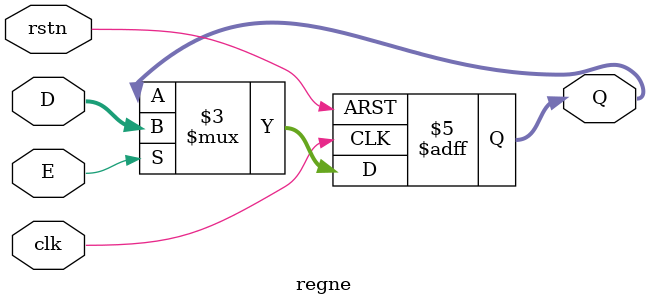
<source format=v>
module regne (D, clk, rstn, E, Q); 
	parameter n = 32;
	input [n-1:0] D;
	input clk, rstn, E;
	output reg [n-1:0] Q;
	
	always @(posedge clk, negedge rstn) begin: regne
		if (rstn == 0)
			Q <= 0; 
		else if (E)
			Q <= D;
	end
endmodule
</source>
